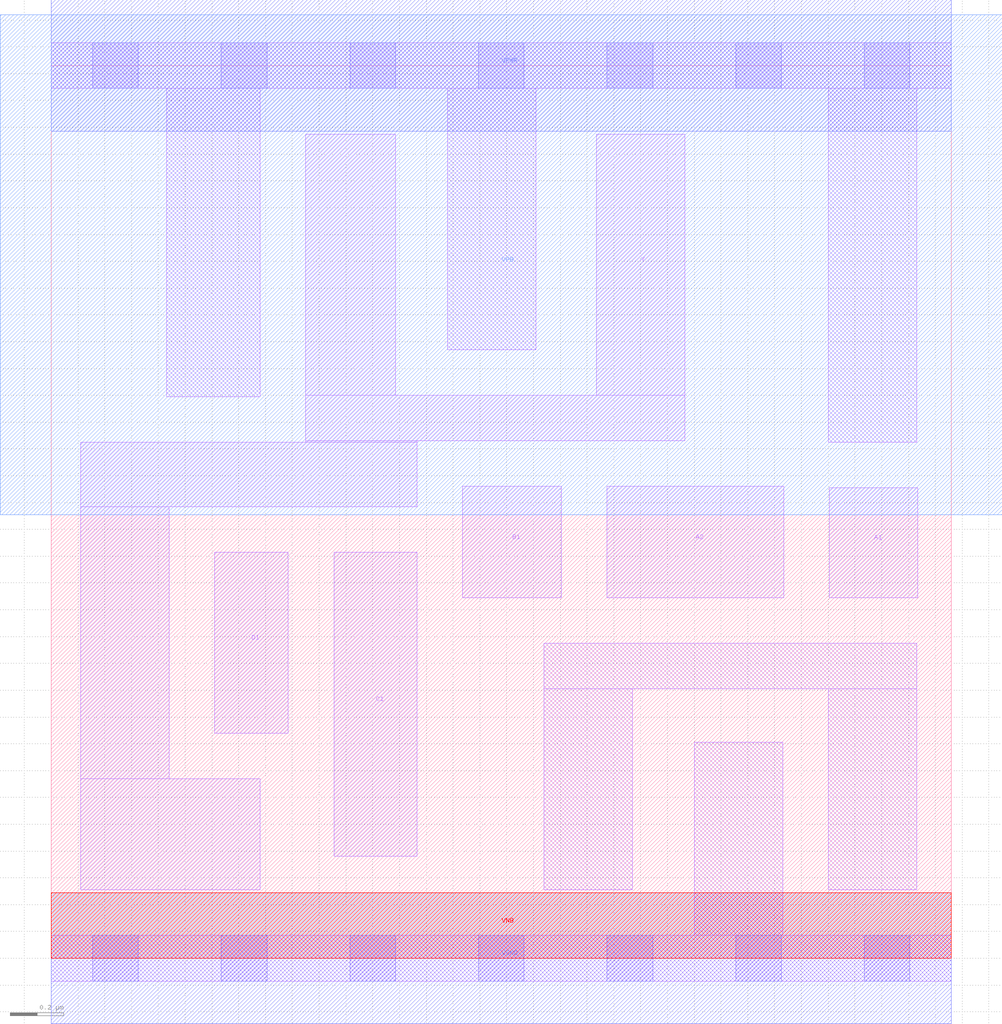
<source format=lef>
# Copyright 2020 The SkyWater PDK Authors
#
# Licensed under the Apache License, Version 2.0 (the "License");
# you may not use this file except in compliance with the License.
# You may obtain a copy of the License at
#
#     https://www.apache.org/licenses/LICENSE-2.0
#
# Unless required by applicable law or agreed to in writing, software
# distributed under the License is distributed on an "AS IS" BASIS,
# WITHOUT WARRANTIES OR CONDITIONS OF ANY KIND, either express or implied.
# See the License for the specific language governing permissions and
# limitations under the License.
#
# SPDX-License-Identifier: Apache-2.0

VERSION 5.7 ;
  NOWIREEXTENSIONATPIN ON ;
  DIVIDERCHAR "/" ;
  BUSBITCHARS "[]" ;
MACRO sky130_fd_sc_lp__o2111ai_1
  CLASS CORE ;
  FOREIGN sky130_fd_sc_lp__o2111ai_1 ;
  ORIGIN  0.000000  0.000000 ;
  SIZE  3.360000 BY  3.330000 ;
  SYMMETRY X Y R90 ;
  SITE unit ;
  PIN A1
    ANTENNAGATEAREA  0.315000 ;
    DIRECTION INPUT ;
    USE SIGNAL ;
    PORT
      LAYER li1 ;
        RECT 2.905000 1.345000 3.235000 1.755000 ;
    END
  END A1
  PIN A2
    ANTENNAGATEAREA  0.315000 ;
    DIRECTION INPUT ;
    USE SIGNAL ;
    PORT
      LAYER li1 ;
        RECT 2.075000 1.345000 2.735000 1.760000 ;
    END
  END A2
  PIN B1
    ANTENNAGATEAREA  0.315000 ;
    DIRECTION INPUT ;
    USE SIGNAL ;
    PORT
      LAYER li1 ;
        RECT 1.535000 1.345000 1.905000 1.760000 ;
    END
  END B1
  PIN C1
    ANTENNAGATEAREA  0.315000 ;
    DIRECTION INPUT ;
    USE SIGNAL ;
    PORT
      LAYER li1 ;
        RECT 1.055000 0.380000 1.365000 1.515000 ;
    END
  END C1
  PIN D1
    ANTENNAGATEAREA  0.315000 ;
    DIRECTION INPUT ;
    USE SIGNAL ;
    PORT
      LAYER li1 ;
        RECT 0.610000 0.840000 0.885000 1.515000 ;
    END
  END D1
  PIN Y
    ANTENNADIFFAREA  1.528800 ;
    DIRECTION OUTPUT ;
    USE SIGNAL ;
    PORT
      LAYER li1 ;
        RECT 0.110000 0.255000 0.780000 0.670000 ;
        RECT 0.110000 0.670000 0.440000 1.685000 ;
        RECT 0.110000 1.685000 1.365000 1.925000 ;
        RECT 0.950000 1.925000 1.365000 1.930000 ;
        RECT 0.950000 1.930000 2.365000 2.100000 ;
        RECT 0.950000 2.100000 1.285000 3.075000 ;
        RECT 2.035000 2.100000 2.365000 3.075000 ;
    END
  END Y
  PIN VGND
    DIRECTION INOUT ;
    USE GROUND ;
    PORT
      LAYER met1 ;
        RECT 0.000000 -0.245000 3.360000 0.245000 ;
    END
  END VGND
  PIN VNB
    DIRECTION INOUT ;
    USE GROUND ;
    PORT
      LAYER pwell ;
        RECT 0.000000 0.000000 3.360000 0.245000 ;
    END
  END VNB
  PIN VPB
    DIRECTION INOUT ;
    USE POWER ;
    PORT
      LAYER nwell ;
        RECT -0.190000 1.655000 3.550000 3.520000 ;
    END
  END VPB
  PIN VPWR
    DIRECTION INOUT ;
    USE POWER ;
    PORT
      LAYER met1 ;
        RECT 0.000000 3.085000 3.360000 3.575000 ;
    END
  END VPWR
  OBS
    LAYER li1 ;
      RECT 0.000000 -0.085000 3.360000 0.085000 ;
      RECT 0.000000  3.245000 3.360000 3.415000 ;
      RECT 0.430000  2.095000 0.780000 3.245000 ;
      RECT 1.480000  2.270000 1.810000 3.245000 ;
      RECT 1.840000  0.255000 2.170000 1.005000 ;
      RECT 1.840000  1.005000 3.230000 1.175000 ;
      RECT 2.400000  0.085000 2.730000 0.805000 ;
      RECT 2.900000  0.255000 3.230000 1.005000 ;
      RECT 2.900000  1.925000 3.230000 3.245000 ;
    LAYER mcon ;
      RECT 0.155000 -0.085000 0.325000 0.085000 ;
      RECT 0.155000  3.245000 0.325000 3.415000 ;
      RECT 0.635000 -0.085000 0.805000 0.085000 ;
      RECT 0.635000  3.245000 0.805000 3.415000 ;
      RECT 1.115000 -0.085000 1.285000 0.085000 ;
      RECT 1.115000  3.245000 1.285000 3.415000 ;
      RECT 1.595000 -0.085000 1.765000 0.085000 ;
      RECT 1.595000  3.245000 1.765000 3.415000 ;
      RECT 2.075000 -0.085000 2.245000 0.085000 ;
      RECT 2.075000  3.245000 2.245000 3.415000 ;
      RECT 2.555000 -0.085000 2.725000 0.085000 ;
      RECT 2.555000  3.245000 2.725000 3.415000 ;
      RECT 3.035000 -0.085000 3.205000 0.085000 ;
      RECT 3.035000  3.245000 3.205000 3.415000 ;
  END
END sky130_fd_sc_lp__o2111ai_1
END LIBRARY

</source>
